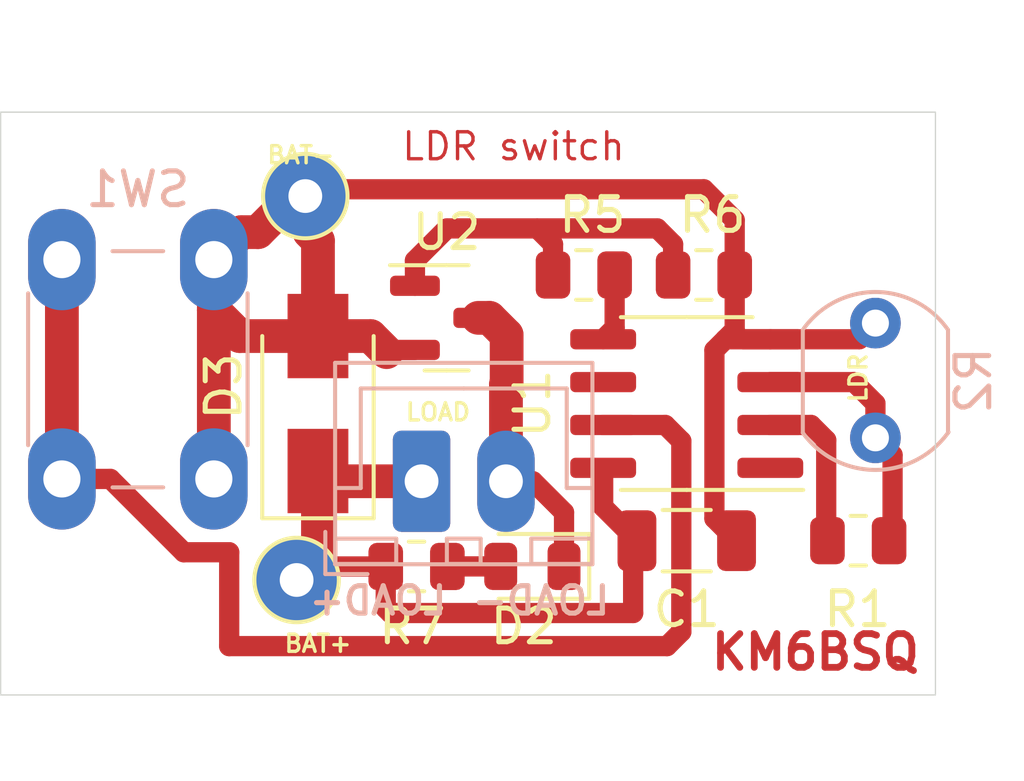
<source format=kicad_pcb>
(kicad_pcb (version 20211014) (generator pcbnew)
  (title_block (rev "1"))
  (layers (0 "F.Cu" signal "Front") (1 "In1.Cu" signal) (2 "In2.Cu" signal) (31 "B.Cu" signal "Back") (34 "B.Paste" user) (35 "F.Paste" user) (36 "B.SilkS" user "B.Silkscreen") (37 "F.SilkS" user "F.Silkscreen") (38 "B.Mask" user) (39 "F.Mask" user) (44 "Edge.Cuts" user))
  (net 0 "")
  (net 1 "GND")
  (net 2 "ADC_PWR")
  (net 3 "VCC")
  (net 4 "SCK")
  (net 5 "GATE")
  (net 6 "RST")
  (net 7 "Net-(D2-Pad1)")
  (net 8 "V_REF")
  (net 9 "MISO")
  (net 10 "Net-(D2-Pad2)")
  (net 11 "Net-(R5-Pad1)")
  (footprint "Diode_SMD:D_SMA" (layer "F.Cu") (at 129.032 62.992 90)
    (fp_text reference "D3" (at 0.508 -2.794 90) (layer "F.SilkS"))
    (fp_text value "1N4001")
    (fp_line (start -3.4 -1.65) (end 2 -1.65) (layer "F.SilkS") (width 0.12))
    (fp_line (start -3.4 1.65) (end 2 1.65) (layer "F.SilkS") (width 0.12))
    (fp_line (start -3.4 -1.65) (end -3.4 1.65) (layer "F.SilkS") (width 0.12))
    (pad "1" smd rect locked (at -2 0 90) (size 2.5 1.8) (layers "F.Cu" "F.Paste" "F.Mask") (net 3 "VCC"))
    (pad "2" smd rect locked (at 2 0 90) (size 2.5 1.8) (layers "F.Cu" "F.Paste" "F.Mask") (net 1 "GND"))
  )
  (footprint "Package_SO:SOIC-8_3.9x4.9mm_P1.27mm" (layer "F.Cu") (at 139.954 62.992 180)
    (fp_text reference "U1" (at 4.572 0 90) (layer "F.SilkS"))
    (fp_text value "ATtiny13-20SS")
    (fp_line (start 0 -2.56) (end -3.45 -2.56) (layer "F.SilkS") (width 0.12))
    (fp_line (start 0 2.56) (end 1.95 2.56) (layer "F.SilkS") (width 0.12))
    (fp_line (start 0 2.56) (end -1.95 2.56) (layer "F.SilkS") (width 0.12))
    (fp_line (start 0 -2.56) (end 1.95 -2.56) (layer "F.SilkS") (width 0.12))
    (pad "1" smd roundrect locked (at -2.475 -1.905 180) (size 1.95 0.6) (layers "F.Cu" "F.Paste" "F.Mask") (net 6 "RST"))
    (pad "2" smd roundrect locked (at -2.475 -0.635 180) (size 1.95 0.6) (layers "F.Cu" "F.Paste" "F.Mask") (net 2 "ADC_PWR"))
    (pad "3" smd roundrect locked (at -2.475 0.635 180) (size 1.95 0.6) (layers "F.Cu" "F.Paste" "F.Mask") (net 8 "V_REF"))
    (pad "4" smd roundrect locked (at -2.475 1.905 180) (size 1.95 0.6) (layers "F.Cu" "F.Paste" "F.Mask") (net 1 "GND"))
    (pad "5" smd roundrect locked (at 2.475 1.905 180) (size 1.95 0.6) (layers "F.Cu" "F.Paste" "F.Mask") (net 5 "GATE"))
    (pad "6" smd roundrect locked (at 2.475 0.635 180) (size 1.95 0.6) (layers "F.Cu" "F.Paste" "F.Mask") (net 9 "MISO"))
    (pad "7" smd roundrect locked (at 2.475 -0.635 180) (size 1.95 0.6) (layers "F.Cu" "F.Paste" "F.Mask") (net 4 "SCK"))
    (pad "8" smd roundrect locked (at 2.475 -1.905 180) (size 1.95 0.6) (layers "F.Cu" "F.Paste" "F.Mask") (net 3 "VCC"))
  )
  (footprint "Resistor_SMD:R_0805_2012Metric" (layer "F.Cu") (at 136.906 59.182)
    (fp_text reference "R5" (at 0.254 -1.778) (layer "F.SilkS"))
    (fp_text value "1k")
    (fp_line (start -0.227064 0.735) (end 0.227064 0.735) (layer "F.SilkS") (width 0.12))
    (fp_line (start -0.227064 -0.735) (end 0.227064 -0.735) (layer "F.SilkS") (width 0.12))
    (pad "1" smd roundrect locked (at -0.9125 0) (size 1.025 1.4) (layers "F.Cu" "F.Paste" "F.Mask") (roundrect_rratio 0.243902) (net 11 "Net-(R5-Pad1)"))
    (pad "2" smd roundrect locked (at 0.9125 0) (size 1.025 1.4) (layers "F.Cu" "F.Paste" "F.Mask") (roundrect_rratio 0.243902) (net 5 "GATE"))
  )
  (footprint "Package_TO_SOT_SMD:SOT-23" (layer "F.Cu") (at 132.842 60.452)
    (fp_text reference "U2" (at 0 -2.54) (layer "F.SilkS"))
    (fp_text value "AO3406")
    (fp_line (start 0 1.56) (end -0.65 1.56) (layer "F.SilkS") (width 0.12))
    (fp_line (start 0 -1.56) (end -1.675 -1.56) (layer "F.SilkS") (width 0.12))
    (fp_line (start 0 -1.56) (end 0.65 -1.56) (layer "F.SilkS") (width 0.12))
    (fp_line (start 0 1.56) (end 0.65 1.56) (layer "F.SilkS") (width 0.12))
    (pad "1" smd roundrect locked (at -0.9375 -0.95) (size 1.475 0.6) (layers "F.Cu" "F.Paste" "F.Mask") (net 11 "Net-(R5-Pad1)"))
    (pad "2" smd roundrect locked (at -0.9375 0.95) (size 1.475 0.6) (layers "F.Cu" "F.Paste" "F.Mask") (net 1 "GND"))
    (pad "3" smd roundrect locked (at 0.9375 0) (size 1.475 0.6) (layers "F.Cu" "F.Paste" "F.Mask") (net 7 "Net-(D2-Pad1)"))
  )
  (footprint "Resistor_SMD:R_0805_2012Metric" (layer "F.Cu") (at 145.034 67.056 180)
    (fp_text reference "R1" (at 0.025 -2.032) (layer "F.SilkS"))
    (fp_text value "10k")
    (fp_line (start -0.227064 -0.735) (end 0.227064 -0.735) (layer "F.SilkS") (width 0.12))
    (fp_line (start -0.227064 0.735) (end 0.227064 0.735) (layer "F.SilkS") (width 0.12))
    (pad "1" smd roundrect locked (at -0.9125 0 180) (size 1.025 1.4) (layers "F.Cu" "F.Paste" "F.Mask") (roundrect_rratio 0.243902) (net 8 "V_REF"))
    (pad "2" smd roundrect locked (at 0.9125 0 180) (size 1.025 1.4) (layers "F.Cu" "F.Paste" "F.Mask") (roundrect_rratio 0.243902) (net 2 "ADC_PWR"))
  )
  (footprint "MountingHole:MountingHole_2.2mm_M2" (layer "F.Cu") (at 122.174 69.088)
    (fp_text reference "H1" hide)
    (fp_text value "MountingHole" hide)
    (pad "" np_thru_hole circle locked (at 0 0) (size 2.2 2.2) (drill 2.2) (layers *.Cu *.Mask))
  )
  (footprint "MountingHole:MountingHole_2.2mm_M2" (layer "F.Cu") (at 144.78 56.896)
    (fp_text reference "H3" hide)
    (fp_text value "MountingHole" hide)
    (pad "" np_thru_hole circle locked (at 0 0) (size 2.2 2.2) (drill 2.2) (layers *.Cu *.Mask))
  )
  (footprint "Connector_Pin:Pin_D1.0mm_L10.0mm" (layer "F.Cu") (at 128.399602 68.221079 -90)
    (fp_text reference "J4" hide)
    (fp_text value "BAT+")
    (fp_circle (center 0 0) (end 1.25 0.05) (layer "F.SilkS") (width 0.12) (fill none))
    (pad "1" thru_hole circle locked (at 0 0 270) (size 2.5 2.5) (drill 1) (layers *.Cu *.Mask) (net 3 "VCC"))
  )
  (footprint "Resistor_SMD:R_0805_2012Metric" (layer "F.Cu") (at 131.952059 67.819884 180)
    (fp_text reference "R7" (at 0.126059 -1.776116 180) (layer "F.SilkS"))
    (fp_text value "10k")
    (fp_line (start -0.227064 0.735) (end 0.227064 0.735) (layer "F.SilkS") (width 0.12))
    (fp_line (start -0.227064 -0.735) (end 0.227064 -0.735) (layer "F.SilkS") (width 0.12))
    (pad "1" smd roundrect locked (at -0.9125 0 180) (size 1.025 1.4) (layers "F.Cu" "F.Paste" "F.Mask") (roundrect_rratio 0.243902) (net 10 "Net-(D2-Pad2)"))
    (pad "2" smd roundrect locked (at 0.9125 0 180) (size 1.025 1.4) (layers "F.Cu" "F.Paste" "F.Mask") (roundrect_rratio 0.243902) (net 3 "VCC"))
  )
  (footprint "Connector_Pin:Pin_D1.0mm_L10.0mm" (layer "F.Cu") (at 128.657128 56.843108 -90)
    (fp_text reference "J5" hide)
    (fp_text value "BAT-")
    (fp_circle (center 0 0) (end 1.25 0.05) (layer "F.SilkS") (width 0.12) (fill none))
    (pad "1" thru_hole circle locked (at 0 0 270) (size 2.5 2.5) (drill 1) (layers *.Cu *.Mask) (net 1 "GND"))
  )
  (footprint "LED_SMD:LED_0805_2012Metric" (layer "F.Cu") (at 135.382 67.818 180)
    (fp_text reference "D2" (at 0.254 -1.778 180) (layer "F.SilkS"))
    (fp_text value "RED")
    (fp_line (start -1.685 0.96) (end 1 0.96) (layer "F.SilkS") (width 0.12))
    (fp_line (start 1 -0.96) (end -1.685 -0.96) (layer "F.SilkS") (width 0.12))
    (fp_line (start -1.685 -0.96) (end -1.685 0.96) (layer "F.SilkS") (width 0.12))
    (pad "1" smd roundrect locked (at -0.9375 0 180) (size 0.975 1.4) (layers "F.Cu" "F.Paste" "F.Mask") (net 7 "Net-(D2-Pad1)"))
    (pad "2" smd roundrect locked (at 0.9375 0 180) (size 0.975 1.4) (layers "F.Cu" "F.Paste" "F.Mask") (net 10 "Net-(D2-Pad2)"))
  )
  (footprint "Capacitor_SMD:C_1206_3216Metric" (layer "F.Cu") (at 139.954 67.056)
    (fp_text reference "C1" (at 0 2.032) (layer "F.SilkS"))
    (fp_text value "100n")
    (fp_line (start -0.711252 0.91) (end 0.711252 0.91) (layer "F.SilkS") (width 0.12))
    (fp_line (start -0.711252 -0.91) (end 0.711252 -0.91) (layer "F.SilkS") (width 0.12))
    (pad "1" smd roundrect locked (at -1.475 0) (size 1.15 1.8) (layers "F.Cu" "F.Paste" "F.Mask") (roundrect_rratio 0.217391) (net 3 "VCC"))
    (pad "2" smd roundrect locked (at 1.475 0) (size 1.15 1.8) (layers "F.Cu" "F.Paste" "F.Mask") (roundrect_rratio 0.217391) (net 1 "GND"))
  )
  (footprint "Resistor_SMD:R_0805_2012Metric" (layer "F.Cu") (at 140.462 59.182 180)
    (fp_text reference "R6" (at -0.254 1.778) (layer "F.SilkS"))
    (fp_text value "10k")
    (fp_line (start -0.227064 0.735) (end 0.227064 0.735) (layer "F.SilkS") (width 0.12))
    (fp_line (start -0.227064 -0.735) (end 0.227064 -0.735) (layer "F.SilkS") (width 0.12))
    (pad "1" smd roundrect locked (at -0.9125 0 180) (size 1.025 1.4) (layers "F.Cu" "F.Paste" "F.Mask") (roundrect_rratio 0.243902) (net 1 "GND"))
    (pad "2" smd roundrect locked (at 0.9125 0 180) (size 1.025 1.4) (layers "F.Cu" "F.Paste" "F.Mask") (roundrect_rratio 0.243902) (net 11 "Net-(R5-Pad1)"))
  )
  (footprint "Button_Switch_THT:SW_PUSH_6mm" (layer "B.Cu") (at 121.448 58.726 -90)
    (fp_text reference "SW1" (at -2.084 -2.25 180) (layer "B.SilkS") (effects (justify mirror)))
    (fp_text value "SW_SPST")
    (fp_line (start -0.25 -1.5) (end -0.25 -3) (layer "B.SilkS") (width 0.12))
    (fp_line (start 1 -5.5) (end 5.5 -5.5) (layer "B.SilkS") (width 0.12))
    (fp_line (start 5.5 1) (end 1 1) (layer "B.SilkS") (width 0.12))
    (fp_line (start 6.75 -3) (end 6.75 -1.5) (layer "B.SilkS") (width 0.12))
    (pad "1" thru_hole oval locked (at 6.5 0 180) (size 2 3) (drill 1.1) (layers *.Cu *.Mask) (net 4 "SCK"))
    (pad "1" thru_hole oval locked (at 0 0 180) (size 2 3) (drill 1.1) (layers *.Cu *.Mask) (net 4 "SCK"))
    (pad "2" thru_hole oval locked (at 0 -4.5 180) (size 2 3) (drill 1.1) (layers *.Cu *.Mask) (net 1 "GND"))
    (pad "2" thru_hole oval locked (at 6.5 -4.5 180) (size 2 3) (drill 1.1) (layers *.Cu *.Mask) (net 1 "GND"))
  )
  (footprint "Connector_JST:JST_XH_B2B-XH-A_1x02_P2.50mm_Vertical" (layer "B.Cu") (at 132.1 65.295)
    (fp_text reference "J2" hide)
    (fp_text value "Conn_LOAD")
    (fp_line (start 4.3 -2.75) (end 1.25 -2.75) (layer "B.SilkS") (width 0.12))
    (fp_line (start -2.55 1.7) (end -0.75 1.7) (layer "B.SilkS") (width 0.12))
    (fp_line (start -2.56 -3.51) (end 5.06 -3.51) (layer "B.SilkS") (width 0.12))
    (fp_line (start 1.75 1.7) (end 1.75 2.45) (layer "B.SilkS") (width 0.12))
    (fp_line (start -1.6 2.75) (end -2.85 2.75) (layer "B.SilkS") (width 0.12))
    (fp_line (start 1.75 2.45) (end 0.75 2.45) (layer "B.SilkS") (width 0.12))
    (fp_line (start 5.06 -3.51) (end 5.06 2.46) (layer "B.SilkS") (width 0.12))
    (fp_line (start 0.75 1.7) (end 1.75 1.7) (layer "B.SilkS") (width 0.12))
    (fp_line (start 3.25 2.45) (end 3.25 1.7) (layer "B.SilkS") (width 0.12))
    (fp_line (start -0.75 1.7) (end -0.75 2.45) (layer "B.SilkS") (width 0.12))
    (fp_line (start 5.06 2.46) (end -2.56 2.46) (layer "B.SilkS") (width 0.12))
    (fp_line (start 5.05 1.7) (end 5.05 2.45) (layer "B.SilkS") (width 0.12))
    (fp_line (start 5.05 0.2) (end 4.3 0.2) (layer "B.SilkS") (width 0.12))
    (fp_line (start -2.85 2.75) (end -2.85 1.5) (layer "B.SilkS") (width 0.12))
    (fp_line (start -1.8 -2.75) (end 1.25 -2.75) (layer "B.SilkS") (width 0.12))
    (fp_line (start 5.05 2.45) (end 3.25 2.45) (layer "B.SilkS") (width 0.12))
    (fp_line (start -2.55 0.2) (end -1.8 0.2) (layer "B.SilkS") (width 0.12))
    (fp_line (start -2.55 2.45) (end -2.55 1.7) (layer "B.SilkS") (width 0.12))
    (fp_line (start 0.75 2.45) (end 0.75 1.7) (layer "B.SilkS") (width 0.12))
    (fp_line (start 4.3 0.2) (end 4.3 -2.75) (layer "B.SilkS") (width 0.12))
    (fp_line (start -0.75 2.45) (end -2.55 2.45) (layer "B.SilkS") (width 0.12))
    (fp_line (start 3.25 1.7) (end 5.05 1.7) (layer "B.SilkS") (width 0.12))
    (fp_line (start -1.8 0.2) (end -1.8 -2.75) (layer "B.SilkS") (width 0.12))
    (fp_line (start -2.56 2.46) (end -2.56 -3.51) (layer "B.SilkS") (width 0.12))
    (pad "1" thru_hole roundrect locked (at 0 0) (size 1.7 3) (drill 1) (layers *.Cu *.Mask) (roundrect_rratio 0.147059) (net 3 "VCC"))
    (pad "2" thru_hole oval locked (at 2.5 0) (size 1.7 3) (drill 1) (layers *.Cu *.Mask) (net 7 "Net-(D2-Pad1)"))
  )
  (footprint "OptoDevice:R_LDR_5.1x4.3mm_P3.4mm_Vertical" (layer "B.Cu") (at 145.542 64.008 90)
    (fp_text reference "R2" (at 1.7 2.9 90) (layer "B.SilkS") (effects (justify mirror)))
    (fp_text value "LDR07")
    (fp_line (start 0.15 -2.15) (end 3.2 -2.15) (layer "B.SilkS") (width 0.12))
    (fp_line (start 0.15 2.15) (end 3.2 2.15) (layer "B.SilkS") (width 0.12))
    (fp_arc (start 3.244513 -2.118249) (mid 4.321403 0.027338) (end 3.2 2.15) (layer "B.SilkS") (width 0.12))
    (fp_arc (start 0.171766 2.165525) (mid -0.950438 0.013368) (end 0.15 -2.15) (layer "B.SilkS") (width 0.12))
    (pad "1" thru_hole circle locked (at 0 0 90) (size 1.5 1.5) (drill 0.8) (layers *.Cu *.Mask) (net 8 "V_REF"))
    (pad "2" thru_hole circle locked (at 3.4 0 90) (size 1.5 1.5) (drill 0.8) (layers *.Cu *.Mask) (net 1 "GND"))
  )
  (gr_rect (start 119.634 54.356) (end 147.32 71.628) (layer "Edge.Cuts") (width 0.0381) (fill none))
  (gr_text "LDR switch \n" (at 135.128 55.372) (layer "F.Cu") (effects (font (size 0.8 0.8) (thickness 0.1))))
  (gr_text "KM6BSQ" (at 143.764 70.358) (layer "F.Cu") (effects (font (size 1 1) (thickness 0.2))))
  (gr_text "LOAD+" (at 130.81 68.834) (layer "B.SilkS") (effects (font (size 0.8128 0.8128) (thickness 0.1524)) (justify mirror)))
  (gr_text "LOAD-\n" (at 135.636 68.834) (layer "B.SilkS") (effects (font (size 0.8128 0.8128) (thickness 0.1524)) (justify mirror)))
  (gr_text "LDR" (at 145.034 62.23 90) (layer "F.SilkS") (effects (font (size 0.508 0.508) (thickness 0.1016))))
  (gr_text "LOAD" (at 132.588 63.246) (layer "F.SilkS") (effects (font (size 0.508 0.508) (thickness 0.1016))))
  (gr_text "BAT-" (at 128.524 55.626) (layer "F.SilkS") (effects (font (size 0.508 0.508) (thickness 0.1016))))
  (gr_text "BAT+" (at 129.032 70.104) (layer "F.SilkS") (effects (font (size 0.508 0.508) (thickness 0.1016))))
  (segment (start 131.9045 61.402) (end 131.13 61.402) (width 0.6) (layer "F.Cu") (net 1))
  (segment (start 141.097 61.087) (end 140.77348 61.41052) (width 0.6) (layer "F.Cu") (net 1))
  (segment (start 131.13 61.402) (end 131.064 61.468) (width 0.6) (layer "F.Cu") (net 1))
  (segment (start 141.3745 59.182) (end 141.3745 57.5545) (width 0.6) (layer "F.Cu") (net 1))
  (segment (start 142.429 61.087) (end 141.097 61.087) (width 0.6) (layer "F.Cu") (net 1))
  (segment (start 141.3745 60.8095) (end 141.097 61.087) (width 0.6) (layer "F.Cu") (net 1))
  (segment (start 142.429 61.087) (end 145.063 61.087) (width 0.6) (layer "F.Cu") (net 1))
  (segment (start 129.032 60.992) (end 130.588 60.992) (width 1) (layer "F.Cu") (net 1))
  (segment (start 141.3745 59.182) (end 141.3745 60.8095) (width 0.6) (layer "F.Cu") (net 1))
  (segment (start 140.77348 61.41052) (end 140.77348 66.40048) (width 0.6) (layer "F.Cu") (net 1))
  (segment (start 140.462 56.642) (end 128.524 56.642) (width 0.6) (layer "F.Cu") (net 1))
  (segment (start 125.948 65.226) (end 125.948 60.226) (width 1) (layer "F.Cu") (net 1))
  (segment (start 141.3745 57.5545) (end 140.462 56.642) (width 0.6) (layer "F.Cu") (net 1))
  (segment (start 129.032 60.992) (end 126.714 60.992) (width 1) (layer "F.Cu") (net 1))
  (segment (start 125.948 60.226) (end 125.948 58.726) (width 1) (layer "F.Cu") (net 1))
  (segment (start 130.588 60.992) (end 131.064 61.468) (width 1) (layer "F.Cu") (net 1))
  (segment (start 129.032 58.166) (end 128.778 57.912) (width 1) (layer "F.Cu") (net 1))
  (segment (start 126.762 57.912) (end 127.254 57.912) (width 1) (layer "F.Cu") (net 1))
  (segment (start 140.77348 66.40048) (end 141.429 67.056) (width 0.6) (layer "F.Cu") (net 1))
  (segment (start 128.524 56.642) (end 128.27 56.896) (width 0.6) (layer "F.Cu") (net 1))
  (segment (start 126.762 57.912) (end 125.948 58.726) (width 1) (layer "F.Cu") (net 1))
  (segment (start 126.714 60.992) (end 125.948 60.226) (width 1) (layer "F.Cu") (net 1))
  (segment (start 127.254 57.912) (end 128.27 56.896) (width 1) (layer "F.Cu") (net 1))
  (segment (start 129.032 60.992) (end 129.032 58.166) (width 1) (layer "F.Cu") (net 1))
  (segment (start 145.063 61.087) (end 145.542 60.608) (width 0.6) (layer "F.Cu") (net 1))
  (segment (start 144.08452 67.01902) (end 144.1215 67.056) (width 0.6) (layer "F.Cu") (net 2))
  (segment (start 142.429 63.627) (end 143.637 63.627) (width 0.6) (layer "F.Cu") (net 2))
  (segment (start 144.08452 64.07452) (end 144.08452 67.01902) (width 0.6) (layer "F.Cu") (net 2))
  (segment (start 143.637 63.627) (end 144.08452 64.07452) (width 0.6) (layer "F.Cu") (net 2))
  (segment (start 129.335 65.295) (end 129.032 64.992) (width 1) (layer "F.Cu") (net 3))
  (segment (start 131.176404 69.200404) (end 138.366596 69.200404) (width 0.6) (layer "F.Cu") (net 3))
  (segment (start 129.032 67.818) (end 128.778 68.072) (width 1) (layer "F.Cu") (net 3))
  (segment (start 138.366596 69.200404) (end 138.366596 67.168404) (width 0.6) (layer "F.Cu") (net 3))
  (segment (start 138.366596 67.168404) (end 138.479 67.056) (width 0.6) (layer "F.Cu") (net 3))
  (segment (start 131.039559 69.063559) (end 131.176404 69.200404) (width 0.6) (layer "F.Cu") (net 3))
  (segment (start 131.039559 67.819884) (end 129.030116 67.819884) (width 0.6) (layer "F.Cu") (net 3))
  (segment (start 137.479 66.056) (end 138.479 67.056) (width 0.6) (layer "F.Cu") (net 3))
  (segment (start 129.030116 67.819884) (end 128.778 68.072) (width 0.6) (layer "F.Cu") (net 3))
  (segment (start 137.479 64.897) (end 137.479 66.056) (width 0.6) (layer "F.Cu") (net 3))
  (segment (start 131.039559 67.819884) (end 131.039559 69.063559) (width 0.6) (layer "F.Cu") (net 3))
  (segment (start 129.032 64.992) (end 129.032 67.818) (width 1) (layer "F.Cu") (net 3))
  (segment (start 132.1 65.295) (end 129.335 65.295) (width 1) (layer "F.Cu") (net 3))
  (segment (start 125.057085 67.399085) (end 122.884 65.226) (width 0.6) (layer "F.Cu") (net 4))
  (segment (start 122.884 65.226) (end 121.448 65.226) (width 0.6) (layer "F.Cu") (net 4))
  (segment (start 139.792969 69.757031) (end 139.369085 70.180915) (width 0.6) (layer "F.Cu") (net 4))
  (segment (start 137.479 63.627) (end 139.319 63.627) (width 0.6) (layer "F.Cu") (net 4))
  (segment (start 126.402915 70.180915) (end 126.402915 67.399085) (width 0.6) (layer "F.Cu") (net 4))
  (segment (start 139.319 63.627) (end 139.792969 64.100969) (width 0.6) (layer "F.Cu") (net 4))
  (segment (start 139.369085 70.180915) (end 126.402915 70.180915) (width 0.6) (layer "F.Cu") (net 4))
  (segment (start 121.448 58.726) (end 121.448 65.226) (width 1) (layer "F.Cu") (net 4))
  (segment (start 126.402915 67.399085) (end 125.057085 67.399085) (width 0.6) (layer "F.Cu") (net 4))
  (segment (start 139.792969 64.100969) (end 139.792969 69.757031) (width 0.6) (layer "F.Cu") (net 4))
  (segment (start 137.8185 59.182) (end 137.8185 60.7475) (width 0.6) (layer "F.Cu") (net 5))
  (segment (start 137.8185 60.7475) (end 137.479 61.087) (width 0.6) (layer "F.Cu") (net 5))
  (segment (start 136.3195 67.818) (end 136.3195 66.2155) (width 0.6) (layer "F.Cu") (net 7))
  (segment (start 134.6 65.295) (end 134.6 62.4255) (width 1) (layer "F.Cu") (net 7))
  (segment (start 134.6 62.4255) (end 134.62 62.4055) (width 1) (layer "F.Cu") (net 7))
  (segment (start 135.399 65.295) (end 134.6 65.295) (width 0.6) (layer "F.Cu") (net 7))
  (segment (start 134.62 62.4055) (end 134.62 60.96) (width 1) (layer "F.Cu") (net 7))
  (segment (start 134.62 60.96) (end 134.112 60.452) (width 1) (layer "F.Cu") (net 7))
  (segment (start 136.3195 66.2155) (end 135.399 65.295) (width 0.6) (layer "F.Cu") (net 7))
  (segment (start 134.112 60.452) (end 133.7795 60.452) (width 1) (layer "F.Cu") (net 7))
  (segment (start 146.05 64.516) (end 146.05 66.9525) (width 0.6) (layer "F.Cu") (net 8))
  (segment (start 144.907 62.357) (end 145.542 62.992) (width 0.6) (layer "F.Cu") (net 8))
  (segment (start 146.05 66.9525) (end 145.9465 67.056) (width 0.6) (layer "F.Cu") (net 8))
  (segment (start 142.429 62.357) (end 144.907 62.357) (width 0.6) (layer "F.Cu") (net 8))
  (segment (start 145.542 64.008) (end 146.05 64.516) (width 0.6) (layer "F.Cu") (net 8))
  (segment (start 145.542 62.992) (end 145.542 64.008) (width 0.6) (layer "F.Cu") (net 8))
  (segment (start 134.4445 67.818) (end 132.866443 67.818) (width 0.6) (layer "F.Cu") (net 10))
  (segment (start 132.866443 67.818) (end 132.864559 67.819884) (width 0.6) (layer "F.Cu") (net 10))
  (segment (start 139.5495 59.182) (end 139.5495 58.2695) (width 0.6) (layer "F.Cu") (net 11))
  (segment (start 135.52548 57.80148) (end 132.85552 57.80148) (width 0.6) (layer "F.Cu") (net 11))
  (segment (start 139.5495 58.2695) (end 139.08148 57.80148) (width 0.6) (layer "F.Cu") (net 11))
  (segment (start 139.08148 57.80148) (end 135.52548 57.80148) (width 0.6) (layer "F.Cu") (net 11))
  (segment (start 135.9935 58.2695) (end 135.52548 57.80148) (width 0.6) (layer "F.Cu") (net 11))
  (segment (start 131.9045 58.7525) (end 131.9045 59.502) (width 0.6) (layer "F.Cu") (net 11))
  (segment (start 132.85552 57.80148) (end 131.9045 58.7525) (width 0.6) (layer "F.Cu") (net 11))
  (segment (start 135.9935 59.182) (end 135.9935 58.2695) (width 0.6) (layer "F.Cu") (net 11))
)
</source>
